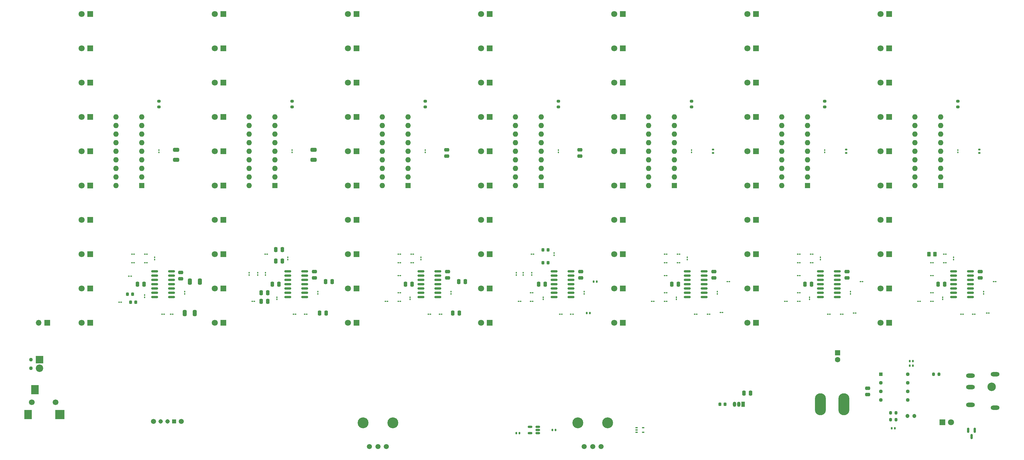
<source format=gts>
%TF.GenerationSoftware,KiCad,Pcbnew,(6.0.4)*%
%TF.CreationDate,2022-10-26T00:34:33-04:00*%
%TF.ProjectId,Music_Visualizer,4d757369-635f-4566-9973-75616c697a65,rev?*%
%TF.SameCoordinates,Original*%
%TF.FileFunction,Soldermask,Top*%
%TF.FilePolarity,Negative*%
%FSLAX46Y46*%
G04 Gerber Fmt 4.6, Leading zero omitted, Abs format (unit mm)*
G04 Created by KiCad (PCBNEW (6.0.4)) date 2022-10-26 00:34:33*
%MOMM*%
%LPD*%
G01*
G04 APERTURE LIST*
G04 Aperture macros list*
%AMRoundRect*
0 Rectangle with rounded corners*
0 $1 Rounding radius*
0 $2 $3 $4 $5 $6 $7 $8 $9 X,Y pos of 4 corners*
0 Add a 4 corners polygon primitive as box body*
4,1,4,$2,$3,$4,$5,$6,$7,$8,$9,$2,$3,0*
0 Add four circle primitives for the rounded corners*
1,1,$1+$1,$2,$3*
1,1,$1+$1,$4,$5*
1,1,$1+$1,$6,$7*
1,1,$1+$1,$8,$9*
0 Add four rect primitives between the rounded corners*
20,1,$1+$1,$2,$3,$4,$5,0*
20,1,$1+$1,$4,$5,$6,$7,0*
20,1,$1+$1,$6,$7,$8,$9,0*
20,1,$1+$1,$8,$9,$2,$3,0*%
G04 Aperture macros list end*
%ADD10RoundRect,0.100000X0.100000X-0.130000X0.100000X0.130000X-0.100000X0.130000X-0.100000X-0.130000X0*%
%ADD11R,1.800000X1.800000*%
%ADD12C,1.800000*%
%ADD13RoundRect,0.100000X-0.100000X0.130000X-0.100000X-0.130000X0.100000X-0.130000X0.100000X0.130000X0*%
%ADD14RoundRect,0.100000X-0.130000X-0.100000X0.130000X-0.100000X0.130000X0.100000X-0.130000X0.100000X0*%
%ADD15RoundRect,0.200000X0.275000X-0.200000X0.275000X0.200000X-0.275000X0.200000X-0.275000X-0.200000X0*%
%ADD16C,1.200000*%
%ADD17RoundRect,0.250000X-0.250000X-0.475000X0.250000X-0.475000X0.250000X0.475000X-0.250000X0.475000X0*%
%ADD18RoundRect,0.100000X0.130000X0.100000X-0.130000X0.100000X-0.130000X-0.100000X0.130000X-0.100000X0*%
%ADD19RoundRect,0.140000X-0.140000X-0.170000X0.140000X-0.170000X0.140000X0.170000X-0.140000X0.170000X0*%
%ADD20RoundRect,0.250000X0.475000X-0.250000X0.475000X0.250000X-0.475000X0.250000X-0.475000X-0.250000X0*%
%ADD21R,1.600000X1.600000*%
%ADD22O,1.600000X1.600000*%
%ADD23RoundRect,0.225000X-0.225000X-0.250000X0.225000X-0.250000X0.225000X0.250000X-0.225000X0.250000X0*%
%ADD24C,1.700000*%
%ADD25R,2.200000X2.800000*%
%ADD26R,2.800000X2.800000*%
%ADD27RoundRect,0.250000X0.250000X0.475000X-0.250000X0.475000X-0.250000X-0.475000X0.250000X-0.475000X0*%
%ADD28C,1.508000*%
%ADD29C,3.216000*%
%ADD30C,1.100000*%
%ADD31R,2.200000X2.200000*%
%ADD32C,2.200000*%
%ADD33R,0.650000X0.400000*%
%ADD34RoundRect,0.140000X0.140000X0.170000X-0.140000X0.170000X-0.140000X-0.170000X0.140000X-0.170000X0*%
%ADD35RoundRect,0.225000X0.225000X0.250000X-0.225000X0.250000X-0.225000X-0.250000X0.225000X-0.250000X0*%
%ADD36RoundRect,0.140000X0.170000X-0.140000X0.170000X0.140000X-0.170000X0.140000X-0.170000X-0.140000X0*%
%ADD37RoundRect,0.150000X-0.825000X-0.150000X0.825000X-0.150000X0.825000X0.150000X-0.825000X0.150000X0*%
%ADD38RoundRect,0.200000X0.200000X0.275000X-0.200000X0.275000X-0.200000X-0.275000X0.200000X-0.275000X0*%
%ADD39C,1.500000*%
%ADD40R,1.308000X1.308000*%
%ADD41C,1.308000*%
%ADD42C,1.600000*%
%ADD43C,2.500000*%
%ADD44O,2.616000X1.308000*%
%ADD45RoundRect,0.250000X-0.475000X0.250000X-0.475000X-0.250000X0.475000X-0.250000X0.475000X0.250000X0*%
%ADD46RoundRect,0.250000X0.325000X0.650000X-0.325000X0.650000X-0.325000X-0.650000X0.325000X-0.650000X0*%
%ADD47R,1.050000X1.500000*%
%ADD48O,1.050000X1.500000*%
%ADD49R,1.700000X1.700000*%
%ADD50O,1.700000X1.700000*%
%ADD51RoundRect,0.200000X-0.200000X-0.275000X0.200000X-0.275000X0.200000X0.275000X-0.200000X0.275000X0*%
%ADD52RoundRect,0.150000X0.512500X0.150000X-0.512500X0.150000X-0.512500X-0.150000X0.512500X-0.150000X0*%
%ADD53O,3.260000X6.520000*%
%ADD54R,1.130000X1.130000*%
%ADD55C,1.130000*%
%ADD56RoundRect,0.250000X0.650000X-0.325000X0.650000X0.325000X-0.650000X0.325000X-0.650000X-0.325000X0*%
%ADD57RoundRect,0.150000X-0.150000X0.587500X-0.150000X-0.587500X0.150000X-0.587500X0.150000X0.587500X0*%
%ADD58RoundRect,0.250000X-0.262500X-0.450000X0.262500X-0.450000X0.262500X0.450000X-0.262500X0.450000X0*%
G04 APERTURE END LIST*
D10*
%TO.C,R13*%
X133350000Y-125542000D03*
X133350000Y-124902000D03*
%TD*%
D11*
%TO.C,D39*%
X201930000Y-58420000D03*
D12*
X199390000Y-58420000D03*
%TD*%
D13*
%TO.C,R67*%
X143510000Y-88580000D03*
X143510000Y-89220000D03*
%TD*%
D14*
%TO.C,R26*%
X183830000Y-137160000D03*
X184470000Y-137160000D03*
%TD*%
D15*
%TO.C,R76*%
X143510000Y-75755000D03*
X143510000Y-74105000D03*
%TD*%
D16*
%TO.C,C55*%
X327517000Y-167259000D03*
X325517000Y-167259000D03*
%TD*%
D11*
%TO.C,D6*%
X83820000Y-88900000D03*
D12*
X81280000Y-88900000D03*
%TD*%
D11*
%TO.C,D65*%
X320040000Y-99060000D03*
D12*
X317500000Y-99060000D03*
%TD*%
D10*
%TO.C,R32*%
X211836000Y-125542000D03*
X211836000Y-124902000D03*
%TD*%
%TO.C,R9*%
X111760000Y-131130000D03*
X111760000Y-130490000D03*
%TD*%
D14*
%TO.C,R18*%
X147254000Y-137160000D03*
X147894000Y-137160000D03*
%TD*%
D17*
%TO.C,C68*%
X255844000Y-128270000D03*
X257744000Y-128270000D03*
%TD*%
D18*
%TO.C,C35*%
X310200000Y-136779000D03*
X309560000Y-136779000D03*
%TD*%
D19*
%TO.C,C53*%
X326164000Y-152400000D03*
X327124000Y-152400000D03*
%TD*%
D14*
%TO.C,C14*%
X178750000Y-121920000D03*
X179390000Y-121920000D03*
%TD*%
D13*
%TO.C,R30*%
X220980000Y-119060000D03*
X220980000Y-119700000D03*
%TD*%
D11*
%TO.C,D68*%
X320040000Y-68580000D03*
D12*
X317500000Y-68580000D03*
%TD*%
D18*
%TO.C,R51*%
X293690000Y-125730000D03*
X293050000Y-125730000D03*
%TD*%
D15*
%TO.C,R77*%
X182880000Y-75755000D03*
X182880000Y-74105000D03*
%TD*%
D13*
%TO.C,R31*%
X209804000Y-124902000D03*
X209804000Y-125542000D03*
%TD*%
D20*
%TO.C,C61*%
X110617000Y-126680000D03*
X110617000Y-124780000D03*
%TD*%
%TO.C,C63*%
X150114000Y-126426000D03*
X150114000Y-124526000D03*
%TD*%
D11*
%TO.C,D44*%
X241300000Y-109220000D03*
D12*
X238760000Y-109220000D03*
%TD*%
D14*
%TO.C,R20*%
X174940000Y-119380000D03*
X175580000Y-119380000D03*
%TD*%
%TO.C,C22*%
X214056000Y-130810000D03*
X214696000Y-130810000D03*
%TD*%
D21*
%TO.C,U14*%
X256540000Y-99060000D03*
D22*
X256540000Y-96520000D03*
X256540000Y-93980000D03*
X256540000Y-91440000D03*
X256540000Y-88900000D03*
X256540000Y-86360000D03*
X256540000Y-83820000D03*
X256540000Y-81280000D03*
X256540000Y-78740000D03*
X248920000Y-78740000D03*
X248920000Y-81280000D03*
X248920000Y-83820000D03*
X248920000Y-86360000D03*
X248920000Y-88900000D03*
X248920000Y-91440000D03*
X248920000Y-93980000D03*
X248920000Y-96520000D03*
X248920000Y-99060000D03*
%TD*%
D23*
%TO.C,C20*%
X217665000Y-121920000D03*
X219215000Y-121920000D03*
%TD*%
D11*
%TO.C,D51*%
X280670000Y-139700000D03*
D12*
X278130000Y-139700000D03*
%TD*%
D24*
%TO.C,J1*%
X66588000Y-163195000D03*
X73588000Y-163195000D03*
D25*
X67488000Y-159495000D03*
X65488000Y-166895000D03*
D26*
X74888000Y-166895000D03*
%TD*%
D27*
%TO.C,C18*%
X194752000Y-127508000D03*
X192852000Y-127508000D03*
%TD*%
D18*
%TO.C,R5*%
X93030000Y-133604000D03*
X92390000Y-133604000D03*
%TD*%
D17*
%TO.C,C9*%
X134432000Y-133350000D03*
X136332000Y-133350000D03*
%TD*%
D28*
%TO.C,RV2*%
X229910000Y-176334750D03*
X232410000Y-176334750D03*
X234910000Y-176334750D03*
D29*
X228010000Y-169334750D03*
X236810000Y-169334750D03*
%TD*%
D18*
%TO.C,C29*%
X270830000Y-136652000D03*
X270190000Y-136652000D03*
%TD*%
D11*
%TO.C,D21*%
X162560000Y-139700000D03*
D12*
X160020000Y-139700000D03*
%TD*%
D21*
%TO.C,U12*%
X177800000Y-99060000D03*
D22*
X177800000Y-96520000D03*
X177800000Y-93980000D03*
X177800000Y-91440000D03*
X177800000Y-88900000D03*
X177800000Y-86360000D03*
X177800000Y-83820000D03*
X177800000Y-81280000D03*
X177800000Y-78740000D03*
X170180000Y-78740000D03*
X170180000Y-81280000D03*
X170180000Y-83820000D03*
X170180000Y-86360000D03*
X170180000Y-88900000D03*
X170180000Y-91440000D03*
X170180000Y-93980000D03*
X170180000Y-96520000D03*
X170180000Y-99060000D03*
%TD*%
D18*
%TO.C,R34*%
X211140000Y-133350000D03*
X210500000Y-133350000D03*
%TD*%
D11*
%TO.C,D60*%
X280670000Y-48260000D03*
D12*
X278130000Y-48260000D03*
%TD*%
D11*
%TO.C,D67*%
X320040000Y-78740000D03*
D12*
X317500000Y-78740000D03*
%TD*%
D14*
%TO.C,R29*%
X214310000Y-119380000D03*
X214950000Y-119380000D03*
%TD*%
D18*
%TO.C,R52*%
X289880000Y-133350000D03*
X289240000Y-133350000D03*
%TD*%
D30*
%TO.C,J3*%
X66294000Y-153162000D03*
X66294000Y-150622000D03*
D31*
X68834000Y-150622000D03*
D32*
X68834000Y-153162000D03*
%TD*%
D33*
%TO.C,U18*%
X245430000Y-170800000D03*
X245430000Y-171450000D03*
X245430000Y-172100000D03*
X247330000Y-172100000D03*
X247330000Y-170800000D03*
%TD*%
D13*
%TO.C,R70*%
X261620000Y-88580000D03*
X261620000Y-89220000D03*
%TD*%
D21*
%TO.C,U13*%
X217170000Y-99060000D03*
D22*
X217170000Y-96520000D03*
X217170000Y-93980000D03*
X217170000Y-91440000D03*
X217170000Y-88900000D03*
X217170000Y-86360000D03*
X217170000Y-83820000D03*
X217170000Y-81280000D03*
X217170000Y-78740000D03*
X209550000Y-78740000D03*
X209550000Y-81280000D03*
X209550000Y-83820000D03*
X209550000Y-86360000D03*
X209550000Y-88900000D03*
X209550000Y-91440000D03*
X209550000Y-93980000D03*
X209550000Y-96520000D03*
X209550000Y-99060000D03*
%TD*%
D14*
%TO.C,C40*%
X332420000Y-130810000D03*
X333060000Y-130810000D03*
%TD*%
%TO.C,R17*%
X143952000Y-137160000D03*
X144592000Y-137160000D03*
%TD*%
D17*
%TO.C,C7*%
X138750000Y-117983000D03*
X140650000Y-117983000D03*
%TD*%
D18*
%TO.C,R60*%
X333060000Y-125730000D03*
X332420000Y-125730000D03*
%TD*%
D11*
%TO.C,D2*%
X83820000Y-129540000D03*
D12*
X81280000Y-129540000D03*
%TD*%
D34*
%TO.C,C24*%
X233652000Y-127508000D03*
X232692000Y-127508000D03*
%TD*%
D20*
%TO.C,C46*%
X228600000Y-90358000D03*
X228600000Y-88458000D03*
%TD*%
D11*
%TO.C,D27*%
X162560000Y-78740000D03*
D12*
X160020000Y-78740000D03*
%TD*%
D11*
%TO.C,D13*%
X123190000Y-119380000D03*
D12*
X120650000Y-119380000D03*
%TD*%
D10*
%TO.C,R38*%
X229870000Y-131130000D03*
X229870000Y-130490000D03*
%TD*%
D21*
%TO.C,U11*%
X138430000Y-99060000D03*
D22*
X138430000Y-96520000D03*
X138430000Y-93980000D03*
X138430000Y-91440000D03*
X138430000Y-88900000D03*
X138430000Y-86360000D03*
X138430000Y-83820000D03*
X138430000Y-81280000D03*
X138430000Y-78740000D03*
X130810000Y-78740000D03*
X130810000Y-81280000D03*
X130810000Y-83820000D03*
X130810000Y-86360000D03*
X130810000Y-88900000D03*
X130810000Y-91440000D03*
X130810000Y-93980000D03*
X130810000Y-96520000D03*
X130810000Y-99060000D03*
%TD*%
D10*
%TO.C,R16*%
X139065000Y-132781000D03*
X139065000Y-132141000D03*
%TD*%
D11*
%TO.C,D5*%
X83820000Y-99060000D03*
D12*
X81280000Y-99060000D03*
%TD*%
D18*
%TO.C,R15*%
X132400000Y-133350000D03*
X131760000Y-133350000D03*
%TD*%
D14*
%TO.C,C27*%
X253680000Y-133350000D03*
X254320000Y-133350000D03*
%TD*%
%TO.C,C15*%
X174940000Y-133350000D03*
X175580000Y-133350000D03*
%TD*%
D27*
%TO.C,C11*%
X153604000Y-136779000D03*
X151704000Y-136779000D03*
%TD*%
D35*
%TO.C,C50*%
X271539000Y-163830000D03*
X269989000Y-163830000D03*
%TD*%
D11*
%TO.C,D14*%
X123190000Y-109220000D03*
D12*
X120650000Y-109220000D03*
%TD*%
D11*
%TO.C,D40*%
X201930000Y-48260000D03*
D12*
X199390000Y-48260000D03*
%TD*%
D14*
%TO.C,R64*%
X344775000Y-137160000D03*
X345415000Y-137160000D03*
%TD*%
D36*
%TO.C,C48*%
X307340000Y-89380000D03*
X307340000Y-88420000D03*
%TD*%
D37*
%TO.C,U2*%
X142305000Y-124460000D03*
X142305000Y-125730000D03*
X142305000Y-127000000D03*
X142305000Y-128270000D03*
X142305000Y-129540000D03*
X142305000Y-130810000D03*
X142305000Y-132080000D03*
X147255000Y-132080000D03*
X147255000Y-130810000D03*
X147255000Y-129540000D03*
X147255000Y-128270000D03*
X147255000Y-127000000D03*
X147255000Y-125730000D03*
X147255000Y-124460000D03*
%TD*%
D11*
%TO.C,D46*%
X241300000Y-88900000D03*
D12*
X238760000Y-88900000D03*
%TD*%
D11*
%TO.C,D8*%
X83820000Y-68580000D03*
D12*
X81280000Y-68580000D03*
%TD*%
D38*
%TO.C,R74*%
X322135000Y-168402000D03*
X320485000Y-168402000D03*
%TD*%
D20*
%TO.C,C45*%
X189230000Y-90358000D03*
X189230000Y-88458000D03*
%TD*%
D11*
%TO.C,D7*%
X83820000Y-78740000D03*
D12*
X81280000Y-78740000D03*
%TD*%
D11*
%TO.C,D37*%
X201930000Y-78740000D03*
D12*
X199390000Y-78740000D03*
%TD*%
D10*
%TO.C,R19*%
X151130000Y-131130000D03*
X151130000Y-130490000D03*
%TD*%
D39*
%TO.C,SW1*%
X110780000Y-168910000D03*
X102580000Y-168910000D03*
D40*
X108680000Y-168910000D03*
D41*
X106680000Y-168910000D03*
X104680000Y-168910000D03*
%TD*%
D20*
%TO.C,C71*%
X307594000Y-126426000D03*
X307594000Y-124526000D03*
%TD*%
D11*
%TO.C,D12*%
X123190000Y-129540000D03*
D12*
X120650000Y-129540000D03*
%TD*%
D14*
%TO.C,C38*%
X336230000Y-121920000D03*
X336870000Y-121920000D03*
%TD*%
D11*
%TO.C,D58*%
X280670000Y-68580000D03*
D12*
X278130000Y-68580000D03*
%TD*%
D11*
%TO.C,D62*%
X320040000Y-129540000D03*
D12*
X317500000Y-129540000D03*
%TD*%
D18*
%TO.C,R61*%
X329250000Y-133350000D03*
X328610000Y-133350000D03*
%TD*%
D11*
%TO.C,D55*%
X280670000Y-99060000D03*
D12*
X278130000Y-99060000D03*
%TD*%
D13*
%TO.C,R14*%
X135636000Y-124902000D03*
X135636000Y-125542000D03*
%TD*%
D18*
%TO.C,R49*%
X293690000Y-121920000D03*
X293050000Y-121920000D03*
%TD*%
D11*
%TO.C,D33*%
X201930000Y-119380000D03*
D12*
X199390000Y-119380000D03*
%TD*%
D13*
%TO.C,R33*%
X214376000Y-124902000D03*
X214376000Y-125542000D03*
%TD*%
D17*
%TO.C,C64*%
X177104000Y-128270000D03*
X179004000Y-128270000D03*
%TD*%
D18*
%TO.C,R58*%
X333060000Y-121920000D03*
X332420000Y-121920000D03*
%TD*%
D11*
%TO.C,D18*%
X123190000Y-68580000D03*
D12*
X120650000Y-68580000D03*
%TD*%
D11*
%TO.C,D50*%
X241300000Y-48260000D03*
D12*
X238760000Y-48260000D03*
%TD*%
D14*
%TO.C,C37*%
X336230000Y-119380000D03*
X336870000Y-119380000D03*
%TD*%
D21*
%TO.C,C59*%
X304800000Y-148590000D03*
D42*
X304800000Y-150590000D03*
%TD*%
D13*
%TO.C,R59*%
X339090000Y-120970000D03*
X339090000Y-120330000D03*
%TD*%
D11*
%TO.C,D3*%
X83820000Y-119380000D03*
D12*
X81280000Y-119380000D03*
%TD*%
D34*
%TO.C,C23*%
X231620000Y-136779000D03*
X230660000Y-136779000D03*
%TD*%
D43*
%TO.C,J2*%
X350421440Y-158660008D03*
D44*
X344121440Y-155360008D03*
X344121440Y-163960008D03*
X344121440Y-158760008D03*
X351421440Y-164860008D03*
X351421440Y-154960008D03*
%TD*%
D11*
%TO.C,D47*%
X241300000Y-78740000D03*
D12*
X238760000Y-78740000D03*
%TD*%
D11*
%TO.C,D19*%
X123190000Y-58420000D03*
D12*
X120650000Y-58420000D03*
%TD*%
D11*
%TO.C,D71*%
X335783000Y-169164000D03*
D12*
X338323000Y-169164000D03*
%TD*%
D11*
%TO.C,D26*%
X162560000Y-88900000D03*
D12*
X160020000Y-88900000D03*
%TD*%
D36*
%TO.C,C49*%
X346710000Y-89380000D03*
X346710000Y-88420000D03*
%TD*%
D14*
%TO.C,R54*%
X301940000Y-137160000D03*
X302580000Y-137160000D03*
%TD*%
D10*
%TO.C,R25*%
X178435000Y-132781000D03*
X178435000Y-132141000D03*
%TD*%
D45*
%TO.C,C54*%
X313690000Y-159070000D03*
X313690000Y-160970000D03*
%TD*%
D11*
%TO.C,D49*%
X241300000Y-58420000D03*
D12*
X238760000Y-58420000D03*
%TD*%
D13*
%TO.C,R41*%
X260350000Y-120330000D03*
X260350000Y-120970000D03*
%TD*%
D14*
%TO.C,C33*%
X293050000Y-133350000D03*
X293690000Y-133350000D03*
%TD*%
%TO.C,R1*%
X96200000Y-119380000D03*
X96840000Y-119380000D03*
%TD*%
D19*
%TO.C,C52*%
X326164000Y-151003000D03*
X327124000Y-151003000D03*
%TD*%
D21*
%TO.C,U16*%
X335280000Y-99060000D03*
D22*
X335280000Y-96520000D03*
X335280000Y-93980000D03*
X335280000Y-91440000D03*
X335280000Y-88900000D03*
X335280000Y-86360000D03*
X335280000Y-83820000D03*
X335280000Y-81280000D03*
X335280000Y-78740000D03*
X327660000Y-78740000D03*
X327660000Y-81280000D03*
X327660000Y-83820000D03*
X327660000Y-86360000D03*
X327660000Y-88900000D03*
X327660000Y-91440000D03*
X327660000Y-93980000D03*
X327660000Y-96520000D03*
X327660000Y-99060000D03*
%TD*%
D11*
%TO.C,D54*%
X280670000Y-109220000D03*
D12*
X278130000Y-109220000D03*
%TD*%
D10*
%TO.C,R56*%
X308610000Y-131130000D03*
X308610000Y-130490000D03*
%TD*%
D17*
%TO.C,C51*%
X277180000Y-160528000D03*
X279080000Y-160528000D03*
%TD*%
D14*
%TO.C,C13*%
X178750000Y-119380000D03*
X179390000Y-119380000D03*
%TD*%
D18*
%TO.C,C36*%
X312232000Y-127508000D03*
X311592000Y-127508000D03*
%TD*%
D11*
%TO.C,D53*%
X280670000Y-119380000D03*
D12*
X278130000Y-119380000D03*
%TD*%
D11*
%TO.C,D25*%
X162560000Y-99060000D03*
D12*
X160020000Y-99060000D03*
%TD*%
D11*
%TO.C,D59*%
X280670000Y-58420000D03*
D12*
X278130000Y-58420000D03*
%TD*%
D11*
%TO.C,D1*%
X83820000Y-139700000D03*
D12*
X81280000Y-139700000D03*
%TD*%
D11*
%TO.C,D22*%
X162560000Y-129540000D03*
D12*
X160020000Y-129540000D03*
%TD*%
D21*
%TO.C,U10*%
X99060000Y-99060000D03*
D22*
X99060000Y-96520000D03*
X99060000Y-93980000D03*
X99060000Y-91440000D03*
X99060000Y-88900000D03*
X99060000Y-86360000D03*
X99060000Y-83820000D03*
X99060000Y-81280000D03*
X99060000Y-78740000D03*
X91440000Y-78740000D03*
X91440000Y-81280000D03*
X91440000Y-83820000D03*
X91440000Y-86360000D03*
X91440000Y-88900000D03*
X91440000Y-91440000D03*
X91440000Y-93980000D03*
X91440000Y-96520000D03*
X91440000Y-99060000D03*
%TD*%
D46*
%TO.C,C6*%
X116283000Y-127508000D03*
X113333000Y-127508000D03*
%TD*%
D11*
%TO.C,D32*%
X201930000Y-129540000D03*
D12*
X199390000Y-129540000D03*
%TD*%
D11*
%TO.C,D48*%
X241300000Y-68580000D03*
D12*
X238760000Y-68580000D03*
%TD*%
D47*
%TO.C,U9*%
X276860000Y-163830000D03*
D48*
X275590000Y-163830000D03*
X274320000Y-163830000D03*
%TD*%
D10*
%TO.C,R28*%
X190500000Y-131130000D03*
X190500000Y-130490000D03*
%TD*%
D18*
%TO.C,C42*%
X351602000Y-127508000D03*
X350962000Y-127508000D03*
%TD*%
D11*
%TO.C,D20*%
X123190000Y-48260000D03*
D12*
X120650000Y-48260000D03*
%TD*%
D23*
%TO.C,C3*%
X95745000Y-133604000D03*
X97295000Y-133604000D03*
%TD*%
D13*
%TO.C,R12*%
X130810000Y-124902000D03*
X130810000Y-125542000D03*
%TD*%
%TO.C,R66*%
X104140000Y-88580000D03*
X104140000Y-89220000D03*
%TD*%
D27*
%TO.C,C12*%
X155382000Y-127508000D03*
X153482000Y-127508000D03*
%TD*%
D14*
%TO.C,C32*%
X296860000Y-121920000D03*
X297500000Y-121920000D03*
%TD*%
D13*
%TO.C,R68*%
X182880000Y-88580000D03*
X182880000Y-89220000D03*
%TD*%
D17*
%TO.C,C62*%
X137734000Y-128270000D03*
X139634000Y-128270000D03*
%TD*%
D34*
%TO.C,C58*%
X210792000Y-172415200D03*
X209832000Y-172415200D03*
%TD*%
D23*
%TO.C,C19*%
X217665000Y-118110000D03*
X219215000Y-118110000D03*
%TD*%
D36*
%TO.C,C47*%
X267970000Y-89380000D03*
X267970000Y-88420000D03*
%TD*%
D17*
%TO.C,C8*%
X138750000Y-121412000D03*
X140650000Y-121412000D03*
%TD*%
D18*
%TO.C,C41*%
X349570000Y-136779000D03*
X348930000Y-136779000D03*
%TD*%
D11*
%TO.C,D9*%
X83820000Y-58420000D03*
D12*
X81280000Y-58420000D03*
%TD*%
D28*
%TO.C,RV1*%
X166410000Y-176334750D03*
X168910000Y-176334750D03*
X171410000Y-176334750D03*
D29*
X164510000Y-169334750D03*
X173310000Y-169334750D03*
%TD*%
D11*
%TO.C,D43*%
X241300000Y-119380000D03*
D12*
X238760000Y-119380000D03*
%TD*%
D10*
%TO.C,R47*%
X269240000Y-131130000D03*
X269240000Y-130490000D03*
%TD*%
D27*
%TO.C,C17*%
X192974000Y-136779000D03*
X191074000Y-136779000D03*
%TD*%
D11*
%TO.C,D4*%
X83820000Y-109220000D03*
D12*
X81280000Y-109220000D03*
%TD*%
D14*
%TO.C,R48*%
X293050000Y-119380000D03*
X293690000Y-119380000D03*
%TD*%
%TO.C,C2*%
X100010000Y-121920000D03*
X100650000Y-121920000D03*
%TD*%
%TO.C,C16*%
X174940000Y-130810000D03*
X175580000Y-130810000D03*
%TD*%
D11*
%TO.C,D35*%
X201930000Y-99060000D03*
D12*
X199390000Y-99060000D03*
%TD*%
D10*
%TO.C,R65*%
X347980000Y-131130000D03*
X347980000Y-130490000D03*
%TD*%
D49*
%TO.C,JP2*%
X71120000Y-139700000D03*
D50*
X68580000Y-139700000D03*
%TD*%
D14*
%TO.C,C25*%
X257490000Y-119380000D03*
X258130000Y-119380000D03*
%TD*%
%TO.C,R27*%
X187132000Y-137160000D03*
X187772000Y-137160000D03*
%TD*%
D20*
%TO.C,C73*%
X346964000Y-126426000D03*
X346964000Y-124526000D03*
%TD*%
D11*
%TO.C,D63*%
X320040000Y-119380000D03*
D12*
X317500000Y-119380000D03*
%TD*%
D14*
%TO.C,C26*%
X257490000Y-121920000D03*
X258130000Y-121920000D03*
%TD*%
D11*
%TO.C,D30*%
X162560000Y-48260000D03*
D12*
X160020000Y-48260000D03*
%TD*%
D14*
%TO.C,C39*%
X332420000Y-133350000D03*
X333060000Y-133350000D03*
%TD*%
D15*
%TO.C,R80*%
X300990000Y-75755000D03*
X300990000Y-74105000D03*
%TD*%
D18*
%TO.C,R2*%
X96840000Y-121920000D03*
X96200000Y-121920000D03*
%TD*%
D11*
%TO.C,D36*%
X201930000Y-88900000D03*
D12*
X199390000Y-88900000D03*
%TD*%
D14*
%TO.C,C28*%
X253680000Y-130810000D03*
X254320000Y-130810000D03*
%TD*%
D37*
%TO.C,U6*%
X299785000Y-124460000D03*
X299785000Y-125730000D03*
X299785000Y-127000000D03*
X299785000Y-128270000D03*
X299785000Y-129540000D03*
X299785000Y-130810000D03*
X299785000Y-132080000D03*
X304735000Y-132080000D03*
X304735000Y-130810000D03*
X304735000Y-129540000D03*
X304735000Y-128270000D03*
X304735000Y-127000000D03*
X304735000Y-125730000D03*
X304735000Y-124460000D03*
%TD*%
D17*
%TO.C,C66*%
X216474000Y-128270000D03*
X218374000Y-128270000D03*
%TD*%
D14*
%TO.C,R45*%
X262570000Y-137160000D03*
X263210000Y-137160000D03*
%TD*%
D18*
%TO.C,R23*%
X175580000Y-125730000D03*
X174940000Y-125730000D03*
%TD*%
D15*
%TO.C,R78*%
X222250000Y-75755000D03*
X222250000Y-74105000D03*
%TD*%
D10*
%TO.C,R53*%
X296545000Y-132781000D03*
X296545000Y-132141000D03*
%TD*%
D51*
%TO.C,R73*%
X320485000Y-166370000D03*
X322135000Y-166370000D03*
%TD*%
D15*
%TO.C,R75*%
X104140000Y-75755000D03*
X104140000Y-74105000D03*
%TD*%
D18*
%TO.C,R4*%
X95951000Y-125857000D03*
X95311000Y-125857000D03*
%TD*%
D46*
%TO.C,C5*%
X114759000Y-136779000D03*
X111809000Y-136779000D03*
%TD*%
D51*
%TO.C,R82*%
X333185000Y-154940000D03*
X334835000Y-154940000D03*
%TD*%
D37*
%TO.C,U3*%
X181675000Y-124460000D03*
X181675000Y-125730000D03*
X181675000Y-127000000D03*
X181675000Y-128270000D03*
X181675000Y-129540000D03*
X181675000Y-130810000D03*
X181675000Y-132080000D03*
X186625000Y-132080000D03*
X186625000Y-130810000D03*
X186625000Y-129540000D03*
X186625000Y-128270000D03*
X186625000Y-127000000D03*
X186625000Y-125730000D03*
X186625000Y-124460000D03*
%TD*%
D11*
%TO.C,D31*%
X201930000Y-139700000D03*
D12*
X199390000Y-139700000D03*
%TD*%
D18*
%TO.C,R43*%
X250510000Y-133350000D03*
X249870000Y-133350000D03*
%TD*%
D14*
%TO.C,R46*%
X266380000Y-137160000D03*
X267020000Y-137160000D03*
%TD*%
D11*
%TO.C,D69*%
X320040000Y-58420000D03*
D12*
X317500000Y-58420000D03*
%TD*%
D11*
%TO.C,D17*%
X123190000Y-78740000D03*
D12*
X120650000Y-78740000D03*
%TD*%
D11*
%TO.C,D66*%
X320040000Y-88900000D03*
D12*
X317500000Y-88900000D03*
%TD*%
D18*
%TO.C,R40*%
X254320000Y-121920000D03*
X253680000Y-121920000D03*
%TD*%
D17*
%TO.C,C70*%
X295214000Y-128270000D03*
X297114000Y-128270000D03*
%TD*%
D11*
%TO.C,D11*%
X123190000Y-139700000D03*
D12*
X120650000Y-139700000D03*
%TD*%
D52*
%TO.C,U17*%
X216210000Y-172400000D03*
X216210000Y-171450000D03*
X216210000Y-170500000D03*
X213935000Y-170500000D03*
X213935000Y-172400000D03*
%TD*%
D11*
%TO.C,D41*%
X241300000Y-139700000D03*
D12*
X238760000Y-139700000D03*
%TD*%
D15*
%TO.C,R81*%
X340360000Y-75755000D03*
X340360000Y-74105000D03*
%TD*%
%TO.C,R79*%
X261620000Y-75755000D03*
X261620000Y-74105000D03*
%TD*%
D10*
%TO.C,R62*%
X335915000Y-132781000D03*
X335915000Y-132141000D03*
%TD*%
D11*
%TO.C,D28*%
X162560000Y-68580000D03*
D12*
X160020000Y-68580000D03*
%TD*%
D11*
%TO.C,D15*%
X123190000Y-99060000D03*
D12*
X120650000Y-99060000D03*
%TD*%
D18*
%TO.C,R24*%
X171770000Y-133350000D03*
X171130000Y-133350000D03*
%TD*%
D10*
%TO.C,R35*%
X217805000Y-132781000D03*
X217805000Y-132141000D03*
%TD*%
D53*
%TO.C,SW2*%
X306720000Y-163830000D03*
X299720000Y-163830000D03*
%TD*%
D14*
%TO.C,R39*%
X253680000Y-119380000D03*
X254320000Y-119380000D03*
%TD*%
%TO.C,C21*%
X214056000Y-133350000D03*
X214696000Y-133350000D03*
%TD*%
%TO.C,R63*%
X341310000Y-137160000D03*
X341950000Y-137160000D03*
%TD*%
%TO.C,R55*%
X305750000Y-137160000D03*
X306390000Y-137160000D03*
%TD*%
D11*
%TO.C,D57*%
X280670000Y-78740000D03*
D12*
X278130000Y-78740000D03*
%TD*%
D20*
%TO.C,C65*%
X189484000Y-126426000D03*
X189484000Y-124526000D03*
%TD*%
D11*
%TO.C,D16*%
X123190000Y-88900000D03*
D12*
X120650000Y-88900000D03*
%TD*%
D14*
%TO.C,C34*%
X293050000Y-130810000D03*
X293690000Y-130810000D03*
%TD*%
D23*
%TO.C,C4*%
X94856000Y-131191000D03*
X96406000Y-131191000D03*
%TD*%
D34*
%TO.C,C57*%
X221460000Y-171450000D03*
X220500000Y-171450000D03*
%TD*%
D14*
%TO.C,C1*%
X100010000Y-119380000D03*
X100650000Y-119380000D03*
%TD*%
D37*
%TO.C,U7*%
X339155000Y-124460000D03*
X339155000Y-125730000D03*
X339155000Y-127000000D03*
X339155000Y-128270000D03*
X339155000Y-129540000D03*
X339155000Y-130810000D03*
X339155000Y-132080000D03*
X344105000Y-132080000D03*
X344105000Y-130810000D03*
X344105000Y-129540000D03*
X344105000Y-128270000D03*
X344105000Y-127000000D03*
X344105000Y-125730000D03*
X344105000Y-124460000D03*
%TD*%
D11*
%TO.C,D10*%
X83820000Y-48260000D03*
D12*
X81280000Y-48260000D03*
%TD*%
D11*
%TO.C,D52*%
X280670000Y-129540000D03*
D12*
X278130000Y-129540000D03*
%TD*%
D11*
%TO.C,D42*%
X241300000Y-129540000D03*
D12*
X238760000Y-129540000D03*
%TD*%
D11*
%TO.C,D34*%
X201930000Y-109220000D03*
D12*
X199390000Y-109220000D03*
%TD*%
D11*
%TO.C,D61*%
X320040000Y-139700000D03*
D12*
X317500000Y-139700000D03*
%TD*%
D18*
%TO.C,C30*%
X272862000Y-127508000D03*
X272222000Y-127508000D03*
%TD*%
D10*
%TO.C,R44*%
X257175000Y-132781000D03*
X257175000Y-132141000D03*
%TD*%
D14*
%TO.C,R8*%
X107630000Y-137160000D03*
X108270000Y-137160000D03*
%TD*%
D10*
%TO.C,R6*%
X99949000Y-132146000D03*
X99949000Y-131506000D03*
%TD*%
D11*
%TO.C,D29*%
X162560000Y-58420000D03*
D12*
X160020000Y-58420000D03*
%TD*%
D17*
%TO.C,C72*%
X334584000Y-128270000D03*
X336484000Y-128270000D03*
%TD*%
D13*
%TO.C,R72*%
X340360000Y-88580000D03*
X340360000Y-89220000D03*
%TD*%
D20*
%TO.C,C67*%
X228854000Y-126426000D03*
X228854000Y-124526000D03*
%TD*%
D11*
%TO.C,D64*%
X320040000Y-109220000D03*
D12*
X317500000Y-109220000D03*
%TD*%
D11*
%TO.C,D56*%
X280670000Y-88900000D03*
D12*
X278130000Y-88900000D03*
%TD*%
D54*
%TO.C,U8*%
X317600000Y-154940000D03*
D55*
X317600000Y-157480000D03*
X317600000Y-160020000D03*
X317600000Y-162560000D03*
X325540000Y-162560000D03*
X325540000Y-160020000D03*
X325540000Y-157480000D03*
X325540000Y-154940000D03*
%TD*%
D14*
%TO.C,C31*%
X296860000Y-119380000D03*
X297500000Y-119380000D03*
%TD*%
D56*
%TO.C,C44*%
X149860000Y-91391000D03*
X149860000Y-88441000D03*
%TD*%
D18*
%TO.C,R42*%
X254320000Y-125730000D03*
X253680000Y-125730000D03*
%TD*%
D11*
%TO.C,D70*%
X320040000Y-48260000D03*
D12*
X317500000Y-48260000D03*
%TD*%
D37*
%TO.C,U5*%
X260415000Y-124460000D03*
X260415000Y-125730000D03*
X260415000Y-127000000D03*
X260415000Y-128270000D03*
X260415000Y-129540000D03*
X260415000Y-130810000D03*
X260415000Y-132080000D03*
X265365000Y-132080000D03*
X265365000Y-130810000D03*
X265365000Y-129540000D03*
X265365000Y-128270000D03*
X265365000Y-127000000D03*
X265365000Y-125730000D03*
X265365000Y-124460000D03*
%TD*%
D13*
%TO.C,R3*%
X102870000Y-120330000D03*
X102870000Y-120970000D03*
%TD*%
D11*
%TO.C,D38*%
X201930000Y-68580000D03*
D12*
X199390000Y-68580000D03*
%TD*%
D56*
%TO.C,C43*%
X109220000Y-91391000D03*
X109220000Y-88441000D03*
%TD*%
D14*
%TO.C,R7*%
X105090000Y-137160000D03*
X105730000Y-137160000D03*
%TD*%
D17*
%TO.C,C10*%
X134432000Y-130810000D03*
X136332000Y-130810000D03*
%TD*%
D57*
%TO.C,Q1*%
X345374000Y-171528500D03*
X343474000Y-171528500D03*
X344424000Y-173403500D03*
%TD*%
D20*
%TO.C,C69*%
X268224000Y-126426000D03*
X268224000Y-124526000D03*
%TD*%
D13*
%TO.C,R71*%
X300990000Y-88580000D03*
X300990000Y-89220000D03*
%TD*%
D58*
%TO.C,R57*%
X331827500Y-119380000D03*
X333652500Y-119380000D03*
%TD*%
D11*
%TO.C,D24*%
X162560000Y-109220000D03*
D12*
X160020000Y-109220000D03*
%TD*%
D13*
%TO.C,R11*%
X142240000Y-120330000D03*
X142240000Y-120970000D03*
%TD*%
D21*
%TO.C,U15*%
X295910000Y-99060000D03*
D22*
X295910000Y-96520000D03*
X295910000Y-93980000D03*
X295910000Y-91440000D03*
X295910000Y-88900000D03*
X295910000Y-86360000D03*
X295910000Y-83820000D03*
X295910000Y-81280000D03*
X295910000Y-78740000D03*
X288290000Y-78740000D03*
X288290000Y-81280000D03*
X288290000Y-83820000D03*
X288290000Y-86360000D03*
X288290000Y-88900000D03*
X288290000Y-91440000D03*
X288290000Y-93980000D03*
X288290000Y-96520000D03*
X288290000Y-99060000D03*
%TD*%
D37*
%TO.C,U4*%
X221045000Y-124460000D03*
X221045000Y-125730000D03*
X221045000Y-127000000D03*
X221045000Y-128270000D03*
X221045000Y-129540000D03*
X221045000Y-130810000D03*
X221045000Y-132080000D03*
X225995000Y-132080000D03*
X225995000Y-130810000D03*
X225995000Y-129540000D03*
X225995000Y-128270000D03*
X225995000Y-127000000D03*
X225995000Y-125730000D03*
X225995000Y-124460000D03*
%TD*%
D14*
%TO.C,R36*%
X222692000Y-137160000D03*
X223332000Y-137160000D03*
%TD*%
D11*
%TO.C,D45*%
X241300000Y-99060000D03*
D12*
X238760000Y-99060000D03*
%TD*%
D13*
%TO.C,R69*%
X222250000Y-88580000D03*
X222250000Y-89220000D03*
%TD*%
D14*
%TO.C,R37*%
X225928000Y-137160000D03*
X226568000Y-137160000D03*
%TD*%
D34*
%TO.C,C56*%
X321790000Y-170942000D03*
X320830000Y-170942000D03*
%TD*%
D37*
%TO.C,U1*%
X102935000Y-124460000D03*
X102935000Y-125730000D03*
X102935000Y-127000000D03*
X102935000Y-128270000D03*
X102935000Y-129540000D03*
X102935000Y-130810000D03*
X102935000Y-132080000D03*
X107885000Y-132080000D03*
X107885000Y-130810000D03*
X107885000Y-129540000D03*
X107885000Y-128270000D03*
X107885000Y-127000000D03*
X107885000Y-125730000D03*
X107885000Y-124460000D03*
%TD*%
D17*
%TO.C,C60*%
X97856000Y-128270000D03*
X99756000Y-128270000D03*
%TD*%
D18*
%TO.C,R21*%
X175580000Y-121920000D03*
X174940000Y-121920000D03*
%TD*%
D13*
%TO.C,R50*%
X299720000Y-120330000D03*
X299720000Y-120970000D03*
%TD*%
D14*
%TO.C,R10*%
X135570000Y-119380000D03*
X136210000Y-119380000D03*
%TD*%
D11*
%TO.C,D23*%
X162560000Y-119380000D03*
D12*
X160020000Y-119380000D03*
%TD*%
D13*
%TO.C,R22*%
X181610000Y-120330000D03*
X181610000Y-120970000D03*
%TD*%
M02*

</source>
